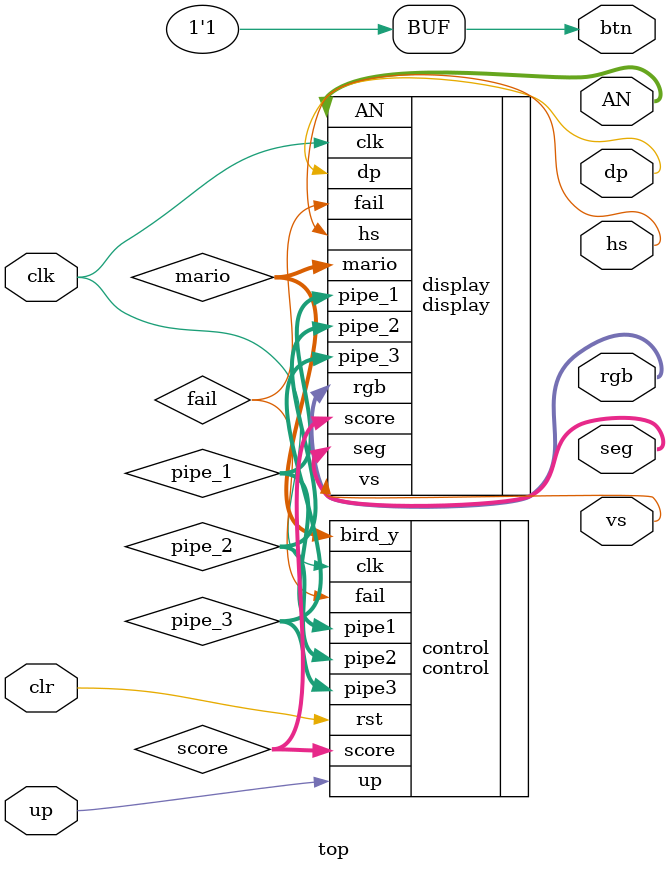
<source format=v>
module top (
    input wire clk,
    input wire up,
    input wire clr,
    output wire [6:0] seg,
    output wire dp,
    output wire [3:0] AN,
    output wire [11:0] rgb,
    output wire hs,
    output wire vs,
    output wire btn
);
wire fail;
    assign btn=1'b1;
    wire [15:0] score;
    wire [15:0] mario;
    wire [31:0] pipe_1;
    wire [31:0] pipe_2;
    wire [31:0] pipe_3;
    control control (
        .clk(clk),
        .rst(clr),
        .up(up),
        .fail(fail),
        .score(score),
        .bird_y(mario),
        .pipe1(pipe_1),
        .pipe2(pipe_2),
        .pipe3(pipe_3)
    );
    display display (
        .clk(clk),
        .fail(fail),
        .score(score),
        .mario(mario),
        .pipe_1(pipe_1),
        .pipe_2(pipe_2),
        .pipe_3(pipe_3),
        .seg(seg),
        .dp(dp),
        .AN(AN),
        .rgb(rgb),
        .hs(hs),
        .vs(vs)
    );
endmodule

</source>
